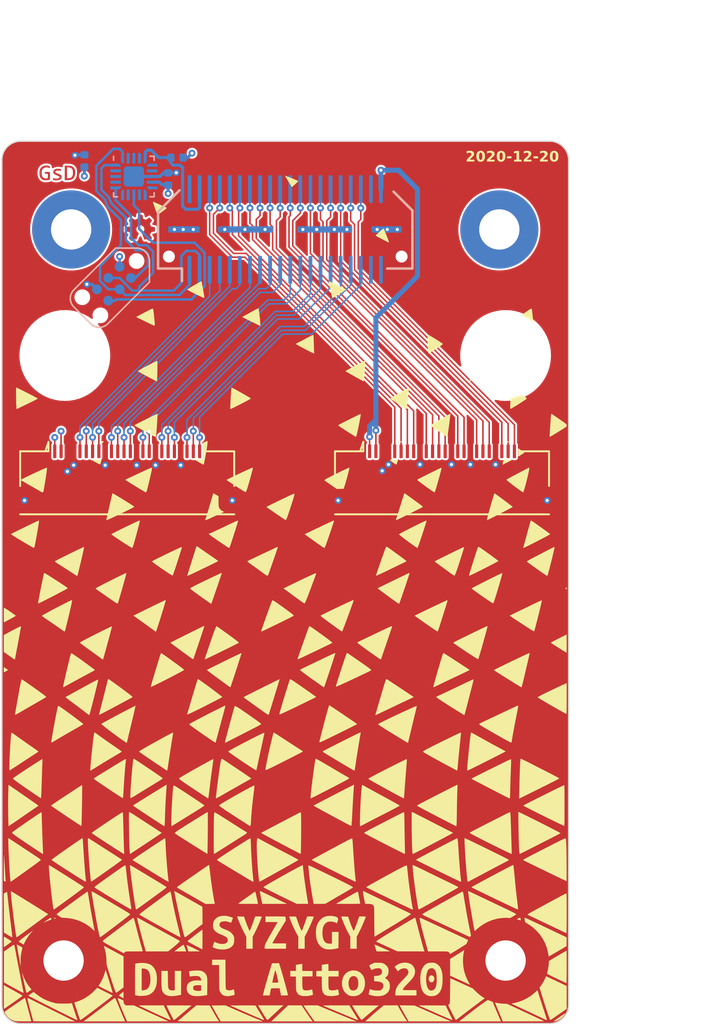
<source format=kicad_pcb>
(kicad_pcb (version 20221018) (generator pcbnew)
  (title_block (title "Dual Atto320 breakout") (date "2020-12-20") (rev "r1.0") (company "GsD 2020") (comment 1 "SYZYGY Pod"))
  (layers (0 "F.Cu" signal) (1 "In1.Cu" power) (2 "In2.Cu" signal) (31 "B.Cu" signal) (34 "B.Paste" user) (35 "F.Paste" user) (36 "B.SilkS" user "B.Silkscreen") (37 "F.SilkS" user "F.Silkscreen") (38 "B.Mask" user) (39 "F.Mask" user) (44 "Edge.Cuts" user))
  (net 0 "")
  (net 1 "GND")
  (net 2 "+3V3")
  (net 3 "/Peripheral MCU/MISO")
  (net 4 "/Peripheral MCU/~{RESET}")
  (net 5 "/SCL")
  (net 6 "/SDA")
  (net 7 "/RGA")
  (net 8 "/A0_DAT0")
  (net 9 "/A1_DAT0")
  (net 10 "/A0_DAT1")
  (net 11 "/A1_DAT1")
  (net 12 "/A0_DAT2")
  (net 13 "/A1_DAT2")
  (net 14 "/A0_DAT3")
  (net 15 "+5V")
  (net 16 "/A1_DAT3")
  (net 17 "/A0_DAT4")
  (net 18 "/A1_DAT4")
  (net 19 "/A0_DAT5")
  (net 20 "/A1_DAT5")
  (net 21 "/A0_DAT6")
  (net 22 "/A1_DAT6")
  (net 23 "/A0_DAT7")
  (net 24 "/A1_DAT7")
  (net 25 "/A0_CAM_SDA")
  (net 26 "/A1_CAM_SDA")
  (net 27 "/A0_CAM_SCL")
  (net 28 "/A1_CAM_SCL")
  (net 29 "/A0_PSYNC")
  (net 30 "/A1_PSYNC")
  (net 31 "/A0_HSYNC")
  (net 32 "/A1_HSYNC")
  (net 33 "/A0_VSYNC")
  (net 34 "/A1_VSYNC")
  (net 35 "/A0_MCLK")
  (net 36 "/A1_MCLK")
  (net 37 "/A0_NRST")
  (net 38 "/A1_NRST")
  (net 39 "/A0_SEQ_TRIG")
  (net 40 "/A1_SEQ_TRIG")
  (net 41 "no_connect_55")
  (net 42 "no_connect_56")
  (net 43 "no_connect_51")
  (net 44 "no_connect_52")
  (net 45 "no_connect_53")
  (net 46 "no_connect_54")
  (net 47 "Net-(U2-Pad2)")
  (net 48 "Net-(U2-Pad3)")
  (net 49 "Net-(U2-Pad4)")
  (net 50 "Net-(U2-Pad11)")
  (net 51 "Net-(U2-Pad12)")
  (net 52 "Net-(U2-Pad14)")
  (net 53 "Net-(U2-Pad15)")
  (net 54 "Net-(J1-Pad37)")
  (net 55 "Net-(J1-Pad38)")
  (net 56 "/VCCIO")
  (footprint "gsd-footprints:XF2M-2415-1A" (layer "F.Cu") (at 117.475 108.15)
    (fp_text reference "J2" hide)
    (fp_text value "Conn_01x24_MountingPin" hide)
  )
  (footprint "MountingHole:MountingHole_3.2mm_M3_DIN965" (layer "F.Cu") (at 147.5 98.2 90)
    (fp_text reference "H2" hide)
    (fp_text value "MountingHole" hide)
  )
  (footprint "MountingHole:MountingHole_3.2mm_M3_DIN965" (layer "F.Cu") (at 112.4 146.2 90)
    (fp_text reference "H3" hide)
    (fp_text value "MountingHole" hide)
  )
  (footprint "MountingHole:MountingHole_3.2mm_M3_DIN965" (layer "F.Cu") (at 112.5 98.2 90)
    (fp_text reference "H1" hide)
    (fp_text value "MountingHole" hide)
  )
  (footprint "gkl_logos:gsd_logo_small" (layer "F.Cu") (at 111.9 83.8)
    (fp_text reference "G***" hide)
    (fp_text value "LOGO" hide)
  )
  (footprint "Connector_PinHeader_1.00mm:PinHeader_1x01_P1.00mm_Vertical" (layer "F.Cu") (at 146.56 142.81)
    (fp_text reference "" hide)
    (fp_text value "" hide)
  )
  (footprint "MountingHole:MountingHole_3.2mm_M3_DIN965" (layer "F.Cu") (at 147.5 146.2 90)
    (fp_text reference "H4" hide)
    (fp_text value "MountingHole" hide)
  )
  (footprint "LOGO" (layer "F.Cu") (at 130 116.2)
    (fp_text reference "G***" hide)
    (fp_text value "LOGO" hide)
  )
  (footprint "gsd-footprints:XF2M-2415-1A" (layer "F.Cu") (at 142.475 108.15)
    (fp_text reference "J4" hide)
    (fp_text value "Conn_01x24_MountingPin" hide)
  )
  (footprint "gkl_logos:oshw_small" (layer "F.Cu") (at 118.5 88.1)
    (fp_text reference "G***" hide)
    (fp_text value "LOGO" hide)
  )
  (footprint "gsd-footprints:SYZYGY-STD-POD" (layer "B.Cu") (at 130 88.2 180)
    (fp_text reference "J1" hide)
    (fp_text value "SYZYGY-STD" hide)
  )
  (footprint "Package_DFN_QFN:QFN-20-1EP_3x3mm_P0.45mm_EP1.6x1.6mm" (layer "B.Cu") (at 117.979 84 -90)
    (fp_text reference "U2" hide)
    (fp_text value "ATtiny44A-MMH" hide)
  )
  (footprint "Resistor_SMD:R_0402_1005Metric" (layer "B.Cu") (at 121.4 82.5 180)
    (fp_text reference "R15" hide)
    (fp_text value "10K" hide)
  )
  (footprint "Capacitor_SMD:C_0402_1005Metric" (layer "B.Cu") (at 120.7 84.2 90)
    (fp_text reference "C9" hide)
    (fp_text value "0.1uF" hide)
  )
  (footprint "Capacitor_SMD:C_0402_1005Metric" (layer "B.Cu") (at 114.05 82.765 90)
    (fp_text reference "C10" hide)
    (fp_text value "1uF" hide)
  )
  (footprint "pkl_tag_connect:TC2030-NL_SMALL" (layer "B.Cu") (at 116.4 92.5 -135)
    (fp_text reference "J3" hide)
    (fp_text value "TagConnect" hide)
  )
  (gr_line (start 151 151.2) (end 109 151.2) (stroke (width 0.1)) (layer "Edge.Cuts"))
  (gr_line (start 109 81.2) (end 151 81.2) (stroke (width 0.1)) (layer "Edge.Cuts"))
  (gr_line (start 107.5 149.7) (end 107.5 82.7) (stroke (width 0.1)) (layer "Edge.Cuts"))
  (gr_arc (start 107.5 82.7) (mid 107.93934 81.63934) (end 109 81.2) (stroke (width 0.1)) (layer "Edge.Cuts"))
  (gr_arc (start 109 151.2) (mid 107.93934 150.76066) (end 107.5 149.7) (stroke (width 0.1)) (layer "Edge.Cuts"))
  (gr_line (start 152.5 82.7) (end 152.5 149.7) (stroke (width 0.1)) (layer "Edge.Cuts"))
  (gr_arc (start 151 81.2) (mid 152.06066 81.63934) (end 152.5 82.7) (stroke (width 0.1)) (layer "Edge.Cuts"))
  (gr_arc (start 152.5 149.7) (mid 152.06066 150.76066) (end 151 151.2) (stroke (width 0.1)) (layer "Edge.Cuts"))
  (segment (start 118.199999 105.8) (end 118.2 106.9) (width 0.12) (layer "F.Cu") (net 1))
  (segment (start 146.699999 105.75) (end 146.7 106.85) (width 0.12) (layer "F.Cu") (net 1))
  (segment (start 115.699999 105.8) (end 115.7 106.9) (width 0.12) (layer "F.Cu") (net 1))
  (segment (start 138.199999 105.75) (end 138.2 106.85) (width 0.12) (layer "F.Cu") (net 1))
  (segment (start 137.7 105.75) (end 137.7 107.35) (width 0.12) (layer "F.Cu") (net 1))
  (segment (start 113.199999 105.8) (end 113.2 106.9) (width 0.12) (layer "F.Cu") (net 1))
  (segment (start 121.699999 105.8) (end 121.7 106.9) (width 0.12) (layer "F.Cu") (net 1))
  (segment (start 140.699999 105.75) (end 140.7 106.85) (width 0.12) (layer "F.Cu") (net 1))
  (segment (start 143.199999 105.75) (end 143.2 106.85) (width 0.12) (layer "F.Cu") (net 1))
  (segment (start 112.7 105.8) (end 112.7 107.4) (width 0.12) (layer "F.Cu") (net 1))
  (segment (start 119.699999 105.8) (end 119.7 106.9) (width 0.12) (layer "F.Cu") (net 1))
  (segment (start 144.699999 105.75) (end 144.7 106.85) (width 0.12) (layer "F.Cu") (net 1))
  (via (at 143.2 106.85) (size 0.55) (drill 0.25) (layers "F.Cu" "B.Cu") (net 1))
  (via (at 125.2 88.2) (size 0.55) (drill 0.25) (layers "F.Cu" "B.Cu") (net 1))
  (via (at 112.7 107.4) (size 0.55) (drill 0.25) (layers "F.Cu" "B.Cu") (net 1))
  (via (at 119.7 106.9) (size 0.55) (drill 0.25) (layers "F.Cu" "B.Cu") (net 1))
  (via (at 137.3 88.2) (size 0.55) (drill 0.25) (layers "F.Cu" "B.Cu") (net 1))
  (via (at 125.8 109.7) (size 0.55) (drill 0.25) (layers "F.Cu" "B.Cu") (net 1))
  (via (at 128.4 88.2) (size 0.55) (drill 0.25) (layers "F.Cu" "B.Cu") (net 1))
  (via (at 137.7 107.35) (size 0.55) (drill 0.25) (layers "F.Cu" "B.Cu") (net 1))
  (via (at 131.4 88.2) (size 0.55) (drill 0.25) (layers "F.Cu" "B.Cu") (net 1))
  (via (at 132.5 88.2) (size 0.55) (drill 0.25) (layers "F.Cu" "B.Cu") (net 1))
  (via (at 138.9 88.2) (size 0.55) (drill 0.25) (layers "F.Cu" "B.Cu") (net 1))
  (via (at 146.7 106.85) (size 0.55) (drill 0.25) (layers "F.Cu" "B.Cu") (net 1))
  (via (at 113.3 82.315) (size 0.55) (drill 0.25) (layers "F.Cu" "B.Cu") (net 1))
  (via (at 109.3 109.7) (size 0.55) (drill 0.25) (layers "F.Cu" "B.Cu") (net 1))
  (via (at 140.7 106.85) (size 0.55) (drill 0.25) (layers "F.Cu" "B.Cu") (net 1))
  (via (at 113.2 106.9) (size 0.55) (drill 0.25) (layers "F.Cu" "B.Cu") (net 1))
  (via (at 126.8 88.2) (size 0.55) (drill 0.25) (layers "F.Cu" "B.Cu") (net 1))
  (via (at 121.2 88.2) (size 0.55) (drill 0.25) (layers "F.Cu" "B.Cu") (net 1))
  (via (at 134.2 109.7) (size 0.55) (drill 0.25) (layers "F.Cu" "B.Cu") (net 1))
  (via (at 121.7 106.9) (size 0.55) (drill 0.25) (layers "F.Cu" "B.Cu") (net 1))
  (via (at 144.7 106.85) (size 0.55) (drill 0.25) (layers "F.Cu" "B.Cu") (net 1))
  (via (at 133.9 88.2) (size 0.55) (drill 0.25) (layers "F.Cu" "B.Cu") (net 1))
  (via (at 118.2 106.9) (size 0.55) (drill 0.25) (layers "F.Cu" "B.Cu") (net 1))
  (via (at 138.2 106.85) (size 0.55) (drill 0.25) (layers "F.Cu" "B.Cu") (net 1))
  (via (at 115.7 106.9) (size 0.55) (drill 0.25) (layers "F.Cu" "B.Cu") (net 1))
  (via (at 121.35 83.7) (size 0.55) (drill 0.25) (layers "F.Cu" "B.Cu") (net 1))
  (via (at 114.25 92.55) (size 0.55) (drill 0.25) (layers "F.Cu" "B.Cu") (net 1))
  (via (at 122.7 88.2) (size 0.55) (drill 0.25) (layers "F.Cu" "B.Cu") (net 1))
  (via (at 138.1 88.2) (size 0.55) (drill 0.25) (layers "F.Cu" "B.Cu") (net 1))
  (via (at 134.9 88.2) (size 0.55) (drill 0.25) (layers "F.Cu" "B.Cu") (net 1))
  (via (at 121.9 88.2) (size 0.55) (drill 0.25) (layers "F.Cu" "B.Cu") (net 1))
  (via (at 150.8 109.7) (size 0.55) (drill 0.25) (layers "F.Cu" "B.Cu") (net 1))
  (segment (start 113.335 82.28) (end 113.3 82.315) (width 0.25) (layer "B.Cu") (net 1))
  (segment (start 119.429 84) (end 120.05 84) (width 0.25) (layer "B.Cu") (net 1))
  (segment (start 115.052962 92.949013) (end 114.653949 92.55) (width 0.25) (layer "B.Cu") (net 1))
  (segment (start 121.335 83.715) (end 121.35 83.7) (width 0.25) (layer "B.Cu") (net 1))
  (segment (start 120.7 83.715) (end 121.335 83.715) (width 0.25) (layer "B.Cu") (net 1))
  (segment (start 119.429 84) (end 117.979 84) (width 0.25) (layer "B.Cu") (net 1))
  (segment (start 114.653949 92.55) (end 114.25 92.55) (width 0.25) (layer "B.Cu") (net 1))
  (segment (start 120.05 84) (end 120.335 83.715) (width 0.25) (layer "B.Cu") (net 1))
  (segment (start 120.335 83.715) (end 120.7 83.715) (width 0.25) (layer "B.Cu") (net 1))
  (segment (start 114.05 82.28) (end 113.335 82.28) (width 0.25) (layer "B.Cu") (net 1))
  (segment (start 136.7 105.75) (end 136.7 104.65) (width 0.12) (layer "F.Cu") (net 2))
  (segment (start 112.2 105.8) (end 112.2 104.2) (width 0.12) (layer "F.Cu") (net 2))
  (segment (start 137.2 105.75) (end 137.2 104.15) (width 0.12) (layer "F.Cu") (net 2))
  (segment (start 111.7 105.8) (end 111.7 104.7) (width 0.12) (layer "F.Cu") (net 2))
  (via (at 116.85 90.35) (size 0.55) (drill 0.25) (layers "F.Cu" "B.Cu") (net 2))
  (via (at 137.6 83.5) (size 0.55) (drill 0.25) (layers "F.Cu" "B.Cu") (net 2))
  (via (at 136.7 104.65) (size 0.55) (drill 0.25) (layers "F.Cu" "B.Cu") (net 2))
  (via (at 114.05 83.965) (size 0.55) (drill 0.25) (layers "F.Cu" "B.Cu") (net 2))
  (via (at 120.7 85.35) (size 0.55) (drill 0.25) (layers "F.Cu" "B.Cu") (net 2))
  (via (at 112.2 104.2) (size 0.55) (drill 0.25) (layers "F.Cu" "B.Cu") (net 2))
  (via (at 111.7 104.7) (size 0.55) (drill 0.25) (layers "F.Cu" "B.Cu") (net 2))
  (via (at 122.6 82.15) (size 0.55) (drill 0.25) (layers "F.Cu" "B.Cu") (net 2))
  (via (at 137.2 104.15) (size 0.55) (drill 0.25) (layers "F.Cu" "B.Cu") (net 2))
  (segment (start 140.5 91.9) (end 140.5 85) (width 0.4) (layer "B.Cu") (net 2))
  (segment (start 137.6 85) (end 137.6 83.5) (width 0.4) (layer "B.Cu") (net 2))
  (segment (start 139 83.5) (end 137.6 83.5) (width 0.4) (layer "B.Cu") (net 2))
  (segment (start 116.849013 91.152962) (end 116.849013 90.350987) (width 0.2) (layer "B.Cu") (net 2))
  (segment (start 121.885 82.5) (end 122.25 82.5) (width 0.25) (layer "B.Cu") (net 2))
  (segment (start 136.7 104.65) (end 136.7 103.8) (width 0.4) (layer "B.Cu") (net 2))
  (segment (start 137.2 103.3) (end 137.2 95.2) (width 0.4) (layer "B.Cu") (net 2))
  (segment (start 119.429 84.45) (end 120 84.45) (width 0.25) (layer "B.Cu") (net 2))
  (segment (start 116.849013 90.350987) (end 116.85 90.35) (width 0.2) (layer "B.Cu") (net 2))
  (segment (start 136.7 103.8) (end 137.2 103.3) (width 0.4) (layer "B.Cu") (net 2))
  (segment (start 120.7 84.685) (end 120.7 85.35) (width 0.25) (layer "B.Cu") (net 2))
  (segment (start 140.5 85) (end 139 83.5) (width 0.4) (layer "B.Cu") (net 2))
  (segment (start 137.2 103.3) (end 137.2 104.15) (width 0.4) (layer "B.Cu") (net 2))
  (segment (start 122.25 82.5) (end 122.6 82.15) (width 0.25) (layer "B.Cu") (net 2))
  (segment (start 137.2 95.2) (end 140.5 91.9) (width 0.4) (layer "B.Cu") (net 2))
  (segment (start 120.2 84.65) (end 120.665 84.65) (width 0.25) (layer "B.Cu") (net 2))
  (segment (start 120 84.45) (end 120.2 84.65) (width 0.25) (layer "B.Cu") (net 2))
  (segment (start 114.05 83.25) (end 114.05 83.965) (width 0.25) (layer "B.Cu") (net 2))
  (segment (start 118.15 89.85) (end 118.8 89.85) (width 0.2) (layer "B.Cu") (net 3))
  (segment (start 118.099013 92.050987) (end 117.747038 92.050987) (width 0.2) (layer "B.Cu") (net 3))
  (segment (start 116.1875 86.1125) (end 117.35 87.275) (width 0.2) (layer "B.Cu") (net 3))
  (segment (start 116.529 83.1) (end 115.65 83.1) (width 0.2) (layer "B.Cu") (net 3))
  (segment (start 117.35 87.275) (end 117.35 89.05) (width 0.2) (layer "B.Cu") (net 3))
  (segment (start 117.35 89.05) (end 118.15 89.85) (width 0.2) (layer "B.Cu") (net 3))
  (segment (start 116 85.65) (end 116.1875 86.1125) (width 0.2) (layer "B.Cu") (net 3))
  (segment (start 115.4 83.35) (end 115.4 85.05) (width 0.2) (layer "B.Cu") (net 3))
  (segment (start 115.65 83.1) (end 115.4 83.35) (width 0.2) (layer "B.Cu") (net 3))
  (segment (start 119.1 90.15) (end 119.1 91.05) (width 0.2) (layer "B.Cu") (net 3))
  (segment (start 119.1 91.05) (end 118.099013 92.050987) (width 0.2) (layer "B.Cu") (net 3))
  (segment (start 115.4 85.05) (end 116 85.65) (width 0.2) (layer "B.Cu") (net 3))
  (segment (start 118.8 89.85) (end 119.1 90.15) (width 0.2) (layer "B.Cu") (net 3))
  (segment (start 121.55 89.25) (end 122.8 89.25) (width 0.2) (layer "B.Cu") (net 4))
  (segment (start 122.55 93.75) (end 116.6 93.75) (width 0.2) (layer "B.Cu") (net 4))
  (segment (start 123.6 90.05) (end 123.6 92.7) (width 0.2) (layer "B.Cu") (net 4))
  (segment (start 122.8 89.25) (end 123.6 90.05) (width 0.2) (layer "B.Cu") (net 4))
  (segment (start 123.6 92.7) (end 122.55 93.75) (width 0.2) (layer "B.Cu") (net 4))
  (segment (start 116.6 93.75) (end 116.5 93.85) (width 0.2) (layer "B.Cu") (net 4))
  (segment (start 121.45 89.25) (end 119.5 89.25) (width 0.2) (layer "B.Cu") (net 4))
  (segment (start 117.979 86.279) (end 117.979 86.179) (width 0.2) (layer "B.Cu") (net 4))
  (segment (start 119.5 89.25) (end 118.4 88.15) (width 0.2) (layer "B.Cu") (net 4))
  (segment (start 118.4 88.15) (end 118.4 86.7) (width 0.2) (layer "B.Cu") (net 4))
  (segment (start 121.55 89.25) (end 121.45 89.25) (width 0.2) (layer "B.Cu") (net 4))
  (segment (start 117.979 85.45) (end 117.979 86.179) (width 0.2) (layer "B.Cu") (net 4))
  (segment (start 116.497038 93.847038) (end 115.950987 93.847038) (width 0.2) (layer "B.Cu") (net 4))
  (segment (start 116.5 93.85) (end 116.497038 93.847038) (width 0.2) (layer "B.Cu") (net 4))
  (segment (start 118.4 86.7) (end 117.979 86.279) (width 0.2) (layer "B.Cu") (net 4))
  (segment (start 121.6 93.4) (end 117.3 93.4) (width 0.2) (layer "B.Cu") (net 5))
  (segment (start 115.949013 92.949013) (end 115.3 92.3) (width 0.2) (layer "B.Cu") (net 5))
  (segment (start 116.85 81.8) (end 117.079 82.029) (width 0.2) (layer "B.Cu") (net 5))
  (segment (start 117.3 93.4) (end 116.849013 92.949013) (width 0.2) (layer "B.Cu") (net 5))
  (segment (start 116.35 81.8) (end 116.85 81.8) (width 0.2) (layer "B.Cu") (net 5))
  (segment (start 117.079 82.029) (end 117.079 82.55) (width 0.2) (layer "B.Cu") (net 5))
  (segment (start 115 85.15) (end 115 83.15) (width 0.2) (layer "B.Cu") (net 5))
  (segment (start 115.3 91.1) (end 116.95 89.45) (width 0.2) (layer "B.Cu") (net 5))
  (segment (start 115 83.15) (end 116.35 81.8) (width 0.2) (layer "B.Cu") (net 5))
  (segment (start 122.4 91.4) (end 122.4 92.6) (width 0.2) (layer "B.Cu") (net 5))
  (segment (start 116.849013 92.949013) (end 115.949013 92.949013) (width 0.2) (layer "B.Cu") (net 5))
  (segment (start 116.95 87.45) (end 115.9 86.4) (width 0.2) (layer "B.Cu") (net 5))
  (segment (start 115.9 86.4) (end 115.7 85.85) (width 0.2) (layer "B.Cu") (net 5))
  (segment (start 115.7 85.85) (end 115 85.15) (width 0.2) (layer "B.Cu") (net 5))
  (segment (start 115.3 92.3) (end 115.3 91.1) (width 0.2) (layer "B.Cu") (net 5))
  (segment (start 122.4 92.6) (end 121.6 93.4) (width 0.2) (layer "B.Cu") (net 5))
  (segment (start 116.95 89.45) (end 116.95 87.45) (width 0.2) (layer "B.Cu") (net 5))
  (segment (start 116.529 85.879) (end 117.75 87.1) (width 0.2) (layer "B.Cu") (net 6))
  (segment (start 119.5 91.65) (end 118.4 92.75) (width 0.2) (layer "B.Cu") (net 6))
  (segment (start 118.4 93.05) (end 121.15 93.05) (width 0.2) (layer "B.Cu") (net 6))
  (segment (start 117.85 93.05) (end 118.4 93.05) (width 0.2) (layer "B.Cu") (net 6))
  (segment (start 116.529 84.9) (end 116.529 85.879) (width 0.2) (layer "B.Cu") (net 6))
  (segment (start 117.75 88.85) (end 118.35 89.45) (width 0.2) (layer "B.Cu") (net 6))
  (segment (start 123.2 90.25) (end 123.2 91.4) (width 0.2) (layer "B.Cu") (net 6))
  (segment (start 121.15 93.05) (end 121.75 92.45) (width 0.2) (layer "B.Cu") (net 6))
  (segment (start 116.850987 92.050987) (end 117.85 93.05) (width 0.2) (layer "B.Cu") (net 6))
  (segment (start 119 89.45) (end 119.5 89.95) (width 0.2) (layer "B.Cu") (net 6))
  (segment (start 118.4 92.75) (end 118.4 93.05) (width 0.2) (layer "B.Cu") (net 6))
  (segment (start 115.950987 92.050987) (end 116.850987 92.050987) (width 0.2) (layer "B.Cu") (net 6))
  (segment (start 121.75 90.3) (end 122.15 89.9) (width 0.2) (layer "B.Cu") (net 6))
  (segment (start 122.15 89.9) (end 122.85 89.9) (width 0.2) (layer "B.Cu") (net 6))
  (segment (start 121.75 92.45) (end 121.75 90.3) (width 0.2) (layer "B.Cu") (net 6))
  (segment (start 122.85 89.9) (end 123.2 90.25) (width 0.2) (layer "B.Cu") (net 6))
  (segment (start 118.35 89.45) (end 119 89.45) (width 0.2) (layer "B.Cu") (net 6))
  (segment (start 117.75 87.1) (end 117.75 88.85) (width 0.2) (layer "B.Cu") (net 6))
  (segment (start 119.5 89.95) (end 119.5 91.65) (width 0.2) (layer "B.Cu") (net 6))
  (segment (start 118.879 82.071) (end 119.05 81.9) (width 0.25) (layer "B.Cu") (net 7))
  (segment (start 118.879 82.55) (end 118.879 82.071) (width 0.25) (layer "B.Cu") (net 7))
  (segment (start 121.85 86.35) (end 121.85 83.3) (width 0.25) (layer "B.Cu") (net 7))
  (segment (start 121.1 83.1) (end 120.915 82.915) (width 0.25) (layer "B.Cu") (net 7))
  (segment (start 123.05 86.6) (end 122.1 86.6) (width 0.25) (layer "B.Cu") (net 7))
  (segment (start 123.2 86.45) (end 123.05 86.6) (width 0.25) (layer "B.Cu") (net 7))
  (segment (start 119.95 82.5) (end 120.915 82.5) (width 0.25) (layer "B.Cu") (net 7))
  (segment (start 121.65 83.1) (end 121.1 83.1) (width 0.25) (layer "B.Cu") (net 7))
  (segment (start 123.2 85) (end 123.2 86.45) (width 0.25) (layer "B.Cu") (net 7))
  (segment (start 119.35 81.9) (end 119.95 82.5) (width 0.25) (layer "B.Cu") (net 7))
  (segment (start 122.1 86.6) (end 121.85 86.35) (width 0.25) (layer "B.Cu") (net 7))
  (segment (start 120.915 82.915) (end 120.915 82.5) (width 0.25) (layer "B.Cu") (net 7))
  (segment (start 119.05 81.9) (end 119.35 81.9) (width 0.25) (layer "B.Cu") (net 7))
  (segment (start 121.85 83.3) (end 121.65 83.1) (width 0.25) (layer "B.Cu") (net 7))
  (segment (start 113.7 105.8) (end 113.7 104.7) (width 0.12) (layer "F.Cu") (net 8))
  (via (at 113.7 104.7) (size 0.55) (drill 0.25) (layers "F.Cu" "B.Cu") (net 8))
  (segment (start 113.7 104.7) (end 113.7 103.8) (width 0.12) (layer "B.Cu") (net 8))
  (segment (start 124 93.5) (end 124 91.4) (width 0.12) (layer "B.Cu") (net 8))
  (segment (start 113.7 103.8) (end 124 93.5) (width 0.12) (layer "B.Cu") (net 8))
  (segment (start 124 88.6) (end 125.8 90.4) (width 0.12) (layer "F.Cu") (net 9))
  (segment (start 125.8 90.4) (end 126.8 90.4) (width 0.12) (layer "F.Cu") (net 9))
  (segment (start 126.8 90.4) (end 138.7 102.3) (width 0.12) (layer "F.Cu") (net 9))
  (segment (start 124 86.5) (end 124 88.6) (width 0.12) (layer "F.Cu") (net 9))
  (segment (start 138.7 102.3) (end 138.7 105.8) (width 0.12) (layer "F.Cu") (net 9))
  (via (at 124 86.5) (size 0.55) (drill 0.25) (layers "F.Cu" "B.Cu") (net 9))
  (segment (start 124 85) (end 124 86.5) (width 0.12) (layer "B.Cu") (net 9))
  (segment (start 114.2 105.8) (end 114.2 104.2) (width 0.12) (layer "F.Cu") (net 10))
  (via (at 114.2 104.2) (size 0.55) (drill 0.25) (layers "F.Cu" "B.Cu") (net 10))
  (segment (start 124.8 91.4) (end 124.8 93.1) (width 0.12) (layer "B.Cu") (net 10))
  (segment (start 114.2 103.7) (end 114.2 104.2) (width 0.12) (layer "B.Cu") (net 10))
  (segment (start 124.8 93.1) (end 114.2 103.7) (width 0.12) (layer "B.Cu") (net 10))
  (segment (start 139.2 105.8) (end 139.2 102.4) (width 0.12) (layer "F.Cu") (net 11))
  (segment (start 126.9 90.1) (end 125.9 90.1) (width 0.12) (layer "F.Cu") (net 11))
  (segment (start 124.3 87) (end 124.8 86.5) (width 0.12) (layer "F.Cu") (net 11))
  (segment (start 125.9 90.1) (end 124.3 88.5) (width 0.12) (layer "F.Cu") (net 11))
  (segment (start 124.3 88.5) (end 124.3 87) (width 0.12) (layer "F.Cu") (net 11))
  (segment (start 139.2 102.4) (end 126.9 90.1) (width 0.12) (layer "F.Cu") (net 11))
  (via (at 124.8 86.5) (size 0.55) (drill 0.25) (layers "F.Cu" "B.Cu") (net 11))
  (segment (start 124.8 85) (end 124.8 86.5) (width 0.12) (layer "B.Cu") (net 11))
  (segment (start 114.7 105.8) (end 114.7 104.7) (width 0.12) (layer "F.Cu") (net 12))
  (via (at 114.7 104.7) (size 0.55) (drill 0.25) (layers "F.Cu" "B.Cu") (net 12))
  (segment (start 114.7 103.6) (end 125.6 92.7) (width 0.12) (layer "B.Cu") (net 12))
  (segment (start 114.7 104.7) (end 114.7 103.6) (width 0.12) (layer "B.Cu") (net 12))
  (segment (start 125.6 92.7) (end 125.6 91.4) (width 0.12) (layer "B.Cu") (net 12))
  (segment (start 125.6 86.5) (end 125.8 86.7) (width 0.12) (layer "F.Cu") (net 13))
  (segment (start 125.8 88.6) (end 127.05 89.85) (width 0.12) (layer "F.Cu") (net 13))
  (segment (start 125.8 86.7) (end 125.8 88.6) (width 0.12) (layer "F.Cu") (net 13))
  (segment (start 139.7 102.5) (end 139.7 105.8) (width 0.12) (layer "F.Cu") (net 13))
  (segment (start 127.05 89.85) (end 139.7 102.5) (width 0.12) (layer "F.Cu") (net 13))
  (via (at 125.6 86.5) (size 0.55) (drill 0.25) (layers "F.Cu" "B.Cu") (net 13))
  (segment (start 125.6 85) (end 125.6 86.5) (width 0.12) (layer "B.Cu") (net 13))
  (segment (start 115.2 105.8) (end 115.2 104.2) (width 0.12) (layer "F.Cu") (net 14))
  (via (at 115.2 104.2) (size 0.55) (drill 0.25) (layers "F.Cu" "B.Cu") (net 14))
  (segment (start 126.4 91.4) (end 126.4 92.6) (width 0.12) (layer "B.Cu") (net 14))
  (segment (start 126.1 92.9) (end 125.8 92.9) (width 0.12) (layer "B.Cu") (net 14))
  (segment (start 115.2 104.2) (end 115.2 103.5) (width 0.12) (layer "B.Cu") (net 14))
  (segment (start 126.4 92.6) (end 126.1 92.9) (width 0.12) (layer "B.Cu") (net 14))
  (segment (start 115.2 103.5) (end 125.8 92.9) (width 0.12) (layer "B.Cu") (net 14))
  (segment (start 126.3 88.7) (end 126.3 86.6) (width 0.12) (layer "F.Cu") (net 16))
  (segment (start 140.2 105.8) (end 140.2 102.6) (width 0.12) (layer "F.Cu") (net 16))
  (segment (start 140.2 102.6) (end 126.3 88.7) (width 0.12) (layer "F.Cu") (net 16))
  (segment (start 126.3 86.6) (end 126.4 86.5) (width 0.12) (layer "F.Cu") (net 16))
  (via (at 126.4 86.5) (size 0.55) (drill 0.25) (layers "F.Cu" "B.Cu") (net 16))
  (segment (start 126.4 85) (end 126.4 86.5) (width 0.12) (layer "B.Cu") (net 16))
  (segment (start 116.2 105.8) (end 116.2 104.7) (width 0.12) (layer "F.Cu") (net 17))
  (via (at 116.2 104.7) (size 0.55) (drill 0.25) (layers "F.Cu" "B.Cu") (net 17))
  (segment (start 116.2 104.7) (end 116.2 103.8) (width 0.12) (layer "B.Cu") (net 17))
  (segment (start 116.2 103.8) (end 127.2 92.8) (width 0.12) (layer "B.Cu") (net 17))
  (segment (start 127.2 92.8) (end 127.2 91.4) (width 0.12) (layer "B.Cu") (net 17))
  (segment (start 127.2 86.5) (end 127.2 87.7) (width 0.12) (layer "F.Cu") (net 18))
  (segment (start 127.4 87.9) (end 127.4 89) (width 0.12) (layer "F.Cu") (net 18))
  (segment (start 127.2 87.7) (end 127.4 87.9) (width 0.12) (layer "F.Cu") (net 18))
  (segment (start 141.2 102.8) (end 141.2 105.8) (width 0.12) (layer "F.Cu") (net 18))
  (segment (start 127.4 89) (end 141.2 102.8) (width 0.12) (layer "F.Cu") (net 18))
  (via (at 127.2 86.5) (size 0.55) (drill 0.25) (layers "F.Cu" "B.Cu") (net 18))
  (segment (start 127.2 85) (end 127.2 86.5) (width 0.12) (layer "B.Cu") (net 18))
  (segment (start 116.7 105.8) (end 116.7 104.2) (width 0.12) (layer "F.Cu") (net 19))
  (via (at 116.7 104.2) (size 0.55) (drill 0.25) (layers "F.Cu" "B.Cu") (net 19))
  (segment (start 116.7 103.7) (end 128 92.4) (width 0.12) (layer "B.Cu") (net 19))
  (segment (start 128 92.4) (end 128 91.4) (width 0.12) (layer "B.Cu") (net 19))
  (segment (start 116.7 104.2) (end 116.7 103.8) (width 0.12) (layer "B.Cu") (net 19))
  (segment (start 116.7 103.8) (end 116.7 103.7) (width 0.12) (layer "B.Cu") (net 19))
  (segment (start 141.7 105.8) (end 141.7 102.9) (width 0.12) (layer "F.Cu") (net 20))
  (segment (start 141.7 102.9) (end 127.7 88.9) (width 0.12) (layer "F.Cu") (net 20))
  (segment (start 127.7 88.9) (end 127.7 87.4) (width 0.12) (layer "F.Cu") (net 20))
  (segment (start 128 87.1) (end 128 86.5) (width 0.12) (layer "F.Cu") (net 20))
  (segment (start 127.7 87.4) (end 128 87.1) (width 0.12) (layer "F.Cu") (net 20))
  (via (at 128 86.5) (size 0.55) (drill 0.25) (layers "F.Cu" "B.Cu") (net 20))
  (segment (start 128 85) (end 128 86.5) (width 0.12) (layer "B.Cu") (net 20))
  (segment (start 117.2 105.8) (end 117.2 104.7) (width 0.12) (layer "F.Cu") (net 21))
  (via (at 117.2 104.7) (size 0.55) (drill 0.25) (layers "F.Cu" "B.Cu") (net 21))
  (segment (start 128.8 91.4) (end 128.8 92.6) (width 0.12) (layer "B.Cu") (net 21))
  (segment (start 117.2 103.6) (end 117.2 104.7) (width 0.12) (layer "B.Cu") (net 21))
  (segment (start 127.9 92.9) (end 117.2 103.6) (width 0.12) (layer "B.Cu") (net 21))
  (segment (start 128.8 92.6) (end 128.5 92.9) (width 0.12) (layer "B.Cu") (net 21))
  (segment (start 128.5 92.9) (end 127.9 92.9) (width 0.12) (layer "B.Cu") (net 21))
  (segment (start 129 88) (end 129 89.8) (width 0.12) (layer "F.Cu") (net 22))
  (segment (start 128.8 86.5) (end 128.8 87.8) (width 0.12) (layer "F.Cu") (net 22))
  (segment (start 142.2 103) (end 142.2 105.8) (width 0.12) (layer "F.Cu") (net 22))
  (segment (start 129 89.8) (end 142.2 103) (width 0.12) (layer "F.Cu") (net 22))
  (segment (start 128.8 87.8) (end 129 88) (width 0.12) (layer "F.Cu") (net 22))
  (via (at 128.8 86.5) (size 0.55) (drill 0.25) (layers "F.Cu" "B.Cu") (net 22))
  (segment (start 128.8 85) (end 128.8 86.5) (width 0.12) (layer "B.Cu") (net 22))
  (segment (start 117.7 105.8) (end 117.7 104.2) (width 0.12) (layer "F.Cu") (net 23))
  (via (at 117.7 104.2) (size 0.55) (drill 0.25) (layers "F.Cu" "B.Cu") (net 23))
  (segment (start 129.6 92.6) (end 129.6 91.4) (width 0.12) (layer "B.Cu") (net 23))
  (segment (start 117.7 104.2) (end 117.7 103.5) (width 0.12) (layer "B.Cu") (net 23))
  (segment (start 117.7 103.5) (end 128 93.2) (width 0.12) (layer "B.Cu") (net 23))
  (segment (start 129 93.2) (end 129.6 92.6) (width 0.12) (layer "B.Cu") (net 23))
  (segment (start 128 93.2) (end 129 93.2) (width 0.12) (layer "B.Cu") (net 23))
  (segment (start 129.3 87.5) (end 129.6 87.2) (width 0.12) (layer "F.Cu") (net 24))
  (segment (start 129.3 89.7) (end 129.3 87.5) (width 0.12) (layer "F.Cu") (net 24))
  (segment (start 142.7 103.1) (end 129.3 89.7) (width 0.12) (layer "F.Cu") (net 24))
  (segment (start 129.6 87.2) (end 129.6 86.5) (width 0.12) (layer "F.Cu") (net 24))
  (segment (start 142.7 105.8) (end 142.7 103.1) (width 0.12) (layer "F.Cu") (net 24))
  (via (at 129.6 86.5) (size 0.55) (drill 0.25) (layers "F.Cu" "B.Cu") (net 24))
  (segment (start 129.6 85) (end 129.6 86.5) (width 0.12) (layer "B.Cu") (net 24))
  (segment (start 118.7 105.8) (end 118.7 104.7) (width 0.12) (layer "F.Cu") (net 25))
  (via (at 118.7 104.7) (size 0.55) (drill 0.25) (layers "F.Cu" "B.Cu") (net 25))
  (segment (start 118.7 104.7) (end 118.7 103.7) (width 0.12) (layer "B.Cu") (net 25))
  (segment (start 118.7 103.7) (end 128.6 93.8) (width 0.12) (layer "B.Cu") (net 25))
  (segment (start 129.9 93.8) (end 130.4 93.3) (width 0.12) (layer "B.Cu") (net 25))
  (segment (start 130.4 93.3) (end 130.4 91.4) (width 0.12) (layer "B.Cu") (net 25))
  (segment (start 128.6 93.8) (end 129.9 93.8) (width 0.12) (layer "B.Cu") (net 25))
  (segment (start 143.7 103) (end 143.7 105.8) (width 0.12) (layer "F.Cu") (net 26))
  (segment (start 130.4 87.1) (end 130.3 87.2) (width 0.12) (layer "F.Cu") (net 26))
  (segment (start 130.3 89.6) (end 143.7 103) (width 0.12) (layer "F.Cu") (net 26))
  (segment (start 130.3 87.2) (end 130.3 89.6) (width 0.12) (layer "F.Cu") (net 26))
  (segment (start 130.4 86.5) (end 130.4 87.1) (width 0.12) (layer "F.Cu") (net 26))
  (via (at 130.4 86.5) (size 0.55) (drill 0.25) (layers "F.Cu" "B.Cu") (net 26))
  (segment (start 130.4 85) (end 130.4 86.5) (width 0.12) (layer "B.Cu") (net 26))
  (segment (start 119.2 105.8) (end 119.2 104.2) (width 0.12) (layer "F.Cu") (net 27))
  (via (at 119.2 104.2) (size 0.55) (drill 0.25) (layers "F.Cu" "B.Cu") (net 27))
  (segment (start 119.2 103.6) (end 119.2 104.2) (width 0.12) (layer "B.Cu") (net 27))
  (segment (start 131.2 91.4) (end 131.2 93) (width 0.12) (layer "B.Cu") (net 27))
  (segment (start 130.1 94.1) (end 128.7 94.1) (width 0.12) (layer "B.Cu") (net 27))
  (segment (start 128.7 94.1) (end 119.2 103.6) (width 0.12) (layer "B.Cu") (net 27))
  (segment (start 131.2 93) (end 130.1 94.1) (width 0.12) (layer "B.Cu") (net 27))
  (segment (start 144.2 103.1) (end 138.9 97.8) (width 0.12) (layer "F.Cu") (net 28))
  (segment (start 138.9 97.8) (end 130.6 89.5) (width 0.12) (layer "F.Cu") (net 28))
  (segment (start 131.2 86.9) (end 131.2 86.5) (width 0.12) (layer "F.Cu") (net 28))
  (segment (start 144.2 105.8) (end 144.2 103.1) (width 0.12) (layer "F.Cu") (net 28))
  (segment (start 130.6 89.5) (end 130.6 87.5) (width 0.12) (layer "F.Cu") (net 28))
  (segment (start 130.6 87.5) (end 131.2 86.9) (width 0.12) (layer "F.Cu") (net 28))
  (via (at 131.2 86.5) (size 0.55) (drill 0.25) (layers "F.Cu" "B.Cu") (net 28))
  (segment (start 131.2 85) (end 131.2 86.5) (width 0.12) (layer "B.Cu") (net 28))
  (segment (start 120.2 105.8) (end 120.2 104.7) (width 0.12) (layer "F.Cu") (net 29))
  (via (at 120.2 104.7) (size 0.55) (drill 0.25) (layers "F.Cu" "B.Cu") (net 29))
  (segment (start 120.2 103.7) (end 129.2 94.7) (width 0.12) (layer "B.Cu") (net 29))
  (segment (start 132 93.3) (end 132 91.4) (width 0.12) (layer "B.Cu") (net 29))
  (segment (start 120.2 104.7) (end 120.2 103.7) (width 0.12) (layer "B.Cu") (net 29))
  (segment (start 130.6 94.7) (end 132 93.3) (width 0.12) (layer "B.Cu") (net 29))
  (segment (start 129.2 94.7) (end 130.6 94.7) (width 0.12) (layer "B.Cu") (net 29))
  (segment (start 145.2 103.3) (end 145.2 105.8) (width 0.12) (layer "F.Cu") (net 30))
  (segment (start 132 87.1) (end 132 88.4) (width 0.12) (layer "F.Cu") (net 30))
  (segment (start 132 88.4) (end 132 90.1) (width 0.12) (layer "F.Cu") (net 30))
  (segment (start 132 90.1) (end 145.2 103.3) (width 0.12) (layer "F.Cu") (net 30))
  (segment (start 132 86.5) (end 132 87.1) (width 0.12) (layer "F.Cu") (net 30))
  (via (at 132 86.5) (size 0.55) (drill 0.25) (layers "F.Cu" "B.Cu") (net 30))
  (segment (start 132 85) (end 132 86.5) (width 0.12) (layer "B.Cu") (net 30))
  (segment (start 120.7 105.8) (end 120.7 104.2) (width 0.12) (layer "F.Cu") (net 31))
  (via (at 120.7 104.2) (size 0.55) (drill 0.25) (layers "F.Cu" "B.Cu") (net 31))
  (segment (start 129.3 95) (end 120.7 103.6) (width 0.12) (layer "B.Cu") (net 31))
  (segment (start 132.8 91.4) (end 132.8 92.9) (width 0.12) (layer "B.Cu") (net 31))
  (segment (start 120.7 103.6) (end 120.7 104.2) (width 0.12) (layer "B.Cu") (net 31))
  (segment (start 129.4 95) (end 129.3 95) (width 0.12) (layer "B.Cu") (net 31))
  (segment (start 130.7 95) (end 129.4 95) (width 0.12) (layer "B.Cu") (net 31))
  (segment (start 132.8 92.9) (end 130.7 95) (width 0.12) (layer "B.Cu") (net 31))
  (segment (start 145.7 105.8) (end 145.7 103.4) (width 0.12) (layer "F.Cu") (net 32))
  (segment (start 133 87.6) (end 132.8 87.4) (width 0.12) (layer "F.Cu") (net 32))
  (segment (start 133 90.7) (end 133 87.6) (width 0.12) (layer "F.Cu") (net 32))
  (segment (start 145.7 103.4) (end 133 90.7) (width 0.12) (layer "F.Cu") (net 32))
  (segment (start 132.8 87.4) (end 132.8 86.5) (width 0.12) (layer "F.Cu") (net 32))
  (via (at 132.8 86.5) (size 0.55) (drill 0.25) (layers "F.Cu" "B.Cu") (net 32))
  (segment (start 132.8 85) (end 132.8 86.5) (width 0.12) (layer "B.Cu") (net 32))
  (segment (start 121.2 105.8) (end 121.2 104.7) (width 0.12) (layer "F.Cu") (net 33))
  (via (at 121.2 104.7) (size 0.55) (drill 0.25) (layers "F.Cu" "B.Cu") (net 33))
  (segment (start 129.4 95.3) (end 131.1 95.3) (width 0.12) (layer "B.Cu") (net 33))
  (segment (start 131.1 95.3) (end 133.6 92.8) (width 0.12) (layer "B.Cu") (net 33))
  (segment (start 133.6 92.8) (end 133.6 91.4) (width 0.12) (layer "B.Cu") (net 33))
  (segment (start 121.2 104.7) (end 121.2 103.5) (width 0.12) (layer "B.Cu") (net 33))
  (segment (start 121.2 103.5) (end 129.4 95.3) (width 0.12) (layer "B.Cu") (net 33))
  (segment (start 133.6 86.5) (end 133.6 87.2) (width 0.12) (layer "F.Cu") (net 34))
  (segment (start 146.2 103.5) (end 146.2 105.8) (width 0.12) (layer "F.Cu") (net 34))
  (segment (start 133.6 87.2) (end 133.3 87.5) (width 0.12) (layer "F.Cu") (net 34))
  (segment (start 133.3 87.5) (end 133.3 90.6) (width 0.12) (layer "F.Cu") (net 34))
  (segment (start 133.3 90.6) (end 146.2 103.5) (width 0.12) (layer "F.Cu") (net 34))
  (via (at 133.6 86.5) (size 0.55) (drill 0.25) (layers "F.Cu" "B.Cu") (net 34))
  (segment (start 133.6 85) (end 133.6 86.5) (width 0.12) (layer "B.Cu") (net 34))
  (segment (start 122.2 105.8) (end 122.2 104.7) (width 0.12) (layer "F.Cu") (net 35))
  (via (at 122.2 104.7) (size 0.55) (drill 0.25) (layers "F.Cu" "B.Cu") (net 35))
  (segment (start 129.6 95.9) (end 122.2 103.3) (width 0.12) (layer "B.Cu") (net 35))
  (segment (start 134.4 91.4) (end 134.4 93) (width 0.12) (layer "B.Cu") (net 35))
  (segment (start 134.4 93) (end 131.5 95.9) (width 0.12) (layer "B.Cu") (net 35))
  (segment (start 122.2 103.3) (end 122.2 104.7) (width 0.12) (layer "B.Cu") (net 35))
  (segment (start 131.5 95.9) (end 129.6 95.9) (width 0.12) (layer "B.Cu") (net 35))
  (segment (start 147.2 103.5) (end 134.4 90.7) (width 0.12) (layer "F.Cu") (net 36))
  (segment (start 134.4 90.7) (end 134.4 86.5) (width 0.12) (layer "F.Cu") (net 36))
  (segment (start 147.2 105.8) (end 147.2 103.5) (width 0.12) (layer "F.Cu") (net 36))
  (via (at 134.4 86.5) (size 0.55) (drill 0.25) (layers "F.Cu" "B.Cu") (net 36))
  (segment (start 134.4 85) (end 134.4 86.5) (width 0.12) (layer "B.Cu") (net 36))
  (segment (start 122.7 105.8) (end 122.7 104.2) (width 0.12) (layer "F.Cu") (net 37))
  (via (at 122.7 104.2) (size 0.55) (drill 0.25) (layers "F.Cu" "B.Cu") (net 37))
  (segment (start 129.7 96.2) (end 131.6 96.2) (width 0.12) (layer "B.Cu") (net 37))
  (segment (start 131.6 96.2) (end 135.2 92.6) (width 0.12) (layer "B.Cu") (net 37))
  (segment (start 122.7 103.2) (end 129.7 96.2) (width 0.12) (layer "B.Cu") (net 37))
  (segment (start 135.2 92.6) (end 135.2 91.4) (width 0.12) (layer "B.Cu") (net 37))
  (segment (start 122.7 104.2) (end 122.7 103.2) (width 0.12) (layer "B.Cu") (net 37))
  (segment (start 147.7 103.6) (end 147.7 105.8) (width 0.12) (layer "F.Cu") (net 38))
  (segment (start 135.5 87.8) (end 135.5 91.4) (width 0.12) (layer "F.Cu") (net 38))
  (segment (start 135.5 91.4) (end 147.7 103.6) (width 0.12) (layer "F.Cu") (net 38))
  (segment (start 135.2 86.5) (end 135.2 87.5) (width 0.12) (layer "F.Cu") (net 38))
  (segment (start 135.2 87.5) (end 135.5 87.8) (width 0.12) (layer "F.Cu") (net 38))
  (via (at 135.2 86.5) (size 0.55) (drill 0.25) (layers "F.Cu" "B.Cu") (net 38))
  (segment (start 135.2 85) (end 135.2 86.5) (width 0.12) (layer "B.Cu") (net 38))
  (segment (start 123.2 105.8) (end 123.2 104.7) (width 0.12) (layer "F.Cu") (net 39))
  (via (at 123.2 104.7) (size 0.55) (drill 0.25) (layers "F.Cu" "B.Cu") (net 39))
  (segment (start 129.8 96.5) (end 123.2 103.1) (width 0.12) (layer "B.Cu") (net 39))
  (segment (start 136 91.4) (end 136 92.6) (width 0.12) (layer "B.Cu") (net 39))
  (segment (start 123.2 103.1) (end 123.2 104.7) (width 0.12) (layer "B.Cu") (net 39))
  (segment (start 136 92.6) (end 132.1 96.5) (width 0.12) (layer "B.Cu") (net 39))
  (segment (start 132.1 96.5) (end 129.8 96.5) (width 0.12) (layer "B.Cu") (net 39))
  (segment (start 135.8 87.6) (end 136 87.4) (width 0.12) (layer "F.Cu") (net 40))
  (segment (start 148.2 103.7) (end 135.8 91.3) (width 0.12) (layer "F.Cu") (net 40))
  (segment (start 148.2 105.8) (end 148.2 103.7) (width 0.12) (layer "F.Cu") (net 40))
  (segment (start 136 87.4) (end 136 86.5) (width 0.12) (layer "F.Cu") (net 40))
  (segment (start 135.8 91.3) (end 135.8 87.6) (width 0.12) (layer "F.Cu") (net 40))
  (via (at 136 86.5) (size 0.55) (drill 0.25) (layers "F.Cu" "B.Cu") (net 40))
  (segment (start 136 85) (end 136 86.5) (width 0.12) (layer "B.Cu") (net 40))
  (zone (net 1) (net_name "GND") (layers "F.Cu" "In1.Cu") (priority 2) (connect_pads yes (clearance 0.15)) (min_thickness 0.155) (fill yes (thermal_gap 0.508) (thermal_bridge_width 0.508) (smoothing fillet) (radius 2))
    (polygon (pts (xy 107.5 81.2) (xy 152.5 81.2) (xy 152.5 151.2) (xy 107.5 151.2)))
  )
)
</source>
